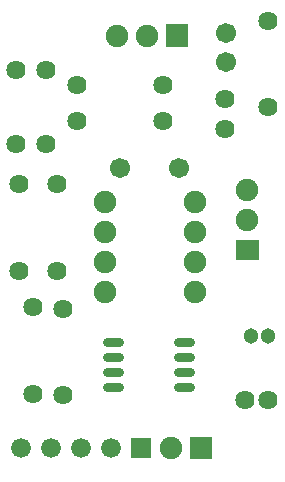
<source format=gbs>
G04 Layer: BottomSolderMaskLayer*
G04 EasyEDA v6.4.31, 2022-01-29 23:58:21*
G04 f8a1f9972e504da7969cdc8d593e69ee,00a5ad12733442db97615573759eb5db,10*
G04 Gerber Generator version 0.2*
G04 Scale: 100 percent, Rotated: No, Reflected: No *
G04 Dimensions in millimeters *
G04 leading zeros omitted , absolute positions ,4 integer and 5 decimal *
%FSLAX45Y45*%
%MOMM*%

%ADD24C,1.7016*%
%ADD25C,1.9016*%
%ADD27C,1.6256*%
%ADD28C,1.6764*%
%ADD31C,1.3016*%
%ADD32C,0.8032*%

%LPD*%
D32*
X1632699Y1130300D02*
G01*
X1532699Y1130300D01*
X1632699Y1003300D02*
G01*
X1532699Y1003300D01*
X1632699Y876300D02*
G01*
X1532699Y876300D01*
X1632699Y749300D02*
G01*
X1532699Y749300D01*
X1032700Y1130300D02*
G01*
X932700Y1130300D01*
X1032700Y1003300D02*
G01*
X932700Y1003300D01*
X1032700Y876300D02*
G01*
X932700Y876300D01*
X1032700Y749300D02*
G01*
X932700Y749300D01*
D24*
G01*
X1943100Y3744493D03*
G01*
X1943100Y3494506D03*
D25*
G01*
X2120900Y2413000D03*
G01*
X2120900Y2159000D03*
G36*
X2025904Y1821179D02*
G01*
X2025904Y1988820D01*
X2215895Y1988820D01*
X2215895Y1821179D01*
G37*
D27*
G01*
X304800Y1419097D03*
G01*
X304800Y689076D03*
D28*
G01*
X203200Y228600D03*
G01*
X457200Y228600D03*
G01*
X711200Y228600D03*
G01*
X965200Y228600D03*
G36*
X1135379Y144779D02*
G01*
X1135379Y312420D01*
X1303020Y312420D01*
X1303020Y144779D01*
G37*
D27*
G01*
X558800Y1406397D03*
G01*
X558800Y676376D03*
D25*
G01*
X914400Y2311400D03*
G01*
X914400Y2057400D03*
G01*
X1676400Y2057400D03*
G01*
X1676400Y2311400D03*
G01*
X914400Y1803400D03*
G01*
X914400Y1549400D03*
G01*
X1676400Y1803400D03*
G01*
X1676400Y1549400D03*
G36*
X1429004Y3626104D02*
G01*
X1429004Y3816095D01*
X1618995Y3816095D01*
X1618995Y3626104D01*
G37*
G01*
X1270000Y3721100D03*
G01*
X1016000Y3721100D03*
D31*
G01*
X2147493Y1181100D03*
G01*
X2297506Y1181100D03*
D24*
G01*
X1045413Y2603500D03*
G01*
X1545412Y2603500D03*
D27*
G01*
X1930400Y2933700D03*
G01*
X1930400Y3187700D03*
G01*
X165100Y2806700D03*
G01*
X419100Y2806700D03*
G01*
X165100Y3429000D03*
G01*
X419100Y3429000D03*
G01*
X1406397Y2997200D03*
G01*
X676376Y2997200D03*
G01*
X2298700Y3114776D03*
G01*
X2298700Y3844797D03*
G01*
X190500Y1730476D03*
G01*
X190500Y2460497D03*
G01*
X508000Y1730476D03*
G01*
X508000Y2460497D03*
G01*
X1406423Y3302000D03*
G01*
X676402Y3302000D03*
G01*
X2297175Y635000D03*
G01*
X2097024Y635000D03*
D25*
G01*
X1473200Y228600D03*
G36*
X1632204Y133604D02*
G01*
X1632204Y323595D01*
X1822195Y323595D01*
X1822195Y133604D01*
G37*
M02*

</source>
